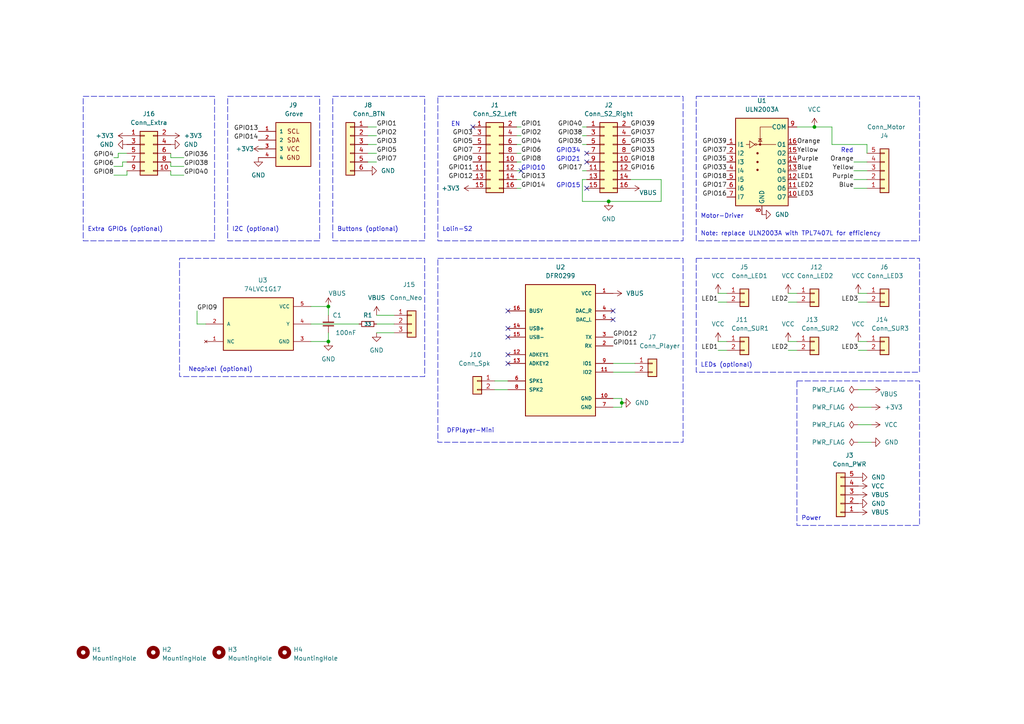
<source format=kicad_sch>
(kicad_sch (version 20230121) (generator eeschema)
  (paper "A4")
  (title_block (title "Lolin-S2-uln2003a Support PCB") (date "2025-08-28") (rev "2.00") (company "Bernhard Bablok") (comment 1 "https://github.com/bablokb/motor-turntable"))
  (lib_symbols
    (symbol "Connector_Generic:Conn_01x02" (pin_names (offset 1.016) hide)
      (property "Reference" "J" (at 0 2.54 0))
      (property "Value" "Conn_01x02" (at 0 -5.08 0))
      (symbol "Conn_01x02_1_1"
        (rectangle (start -1.27 -2.413) (end 0 -2.667) (stroke (width 0.1524)))
        (rectangle (start -1.27 0.127) (end 0 -0.127) (stroke (width 0.1524)))
        (rectangle (start -1.27 1.27) (end 1.27 -3.81) (stroke (width 0.254)) (fill (type background)))
        (pin passive line (at -5.08 0 0) (length 3.81) (name "Pin_1") (number "1"))
        (pin passive line (at -5.08 -2.54 0) (length 3.81) (name "Pin_2") (number "2"))
      )
    )
    (symbol "Connector_Generic:Conn_01x03" (pin_names (offset 1.016) hide)
      (property "Reference" "J" (at 0 5.08 0))
      (property "Value" "Conn_01x03" (at 0 -5.08 0))
      (symbol "Conn_01x03_1_1"
        (rectangle (start -1.27 -2.413) (end 0 -2.667) (stroke (width 0.1524)))
        (rectangle (start -1.27 0.127) (end 0 -0.127) (stroke (width 0.1524)))
        (rectangle (start -1.27 2.667) (end 0 2.413) (stroke (width 0.1524)))
        (rectangle (start -1.27 3.81) (end 1.27 -3.81) (stroke (width 0.254)) (fill (type background)))
        (pin passive line (at -5.08 2.54 0) (length 3.81) (name "Pin_1") (number "1"))
        (pin passive line (at -5.08 0 0) (length 3.81) (name "Pin_2") (number "2"))
        (pin passive line (at -5.08 -2.54 0) (length 3.81) (name "Pin_3") (number "3"))
      )
    )
    (symbol "Connector_Generic:Conn_01x05" (pin_names (offset 1.016) hide)
      (property "Reference" "J" (at 0 7.62 0))
      (property "Value" "Conn_01x05" (at 0 -7.62 0))
      (symbol "Conn_01x05_1_1"
        (rectangle (start -1.27 -4.953) (end 0 -5.207) (stroke (width 0.1524)))
        (rectangle (start -1.27 -2.413) (end 0 -2.667) (stroke (width 0.1524)))
        (rectangle (start -1.27 0.127) (end 0 -0.127) (stroke (width 0.1524)))
        (rectangle (start -1.27 2.667) (end 0 2.413) (stroke (width 0.1524)))
        (rectangle (start -1.27 5.207) (end 0 4.953) (stroke (width 0.1524)))
        (rectangle (start -1.27 6.35) (end 1.27 -6.35) (stroke (width 0.254)) (fill (type background)))
        (pin passive line (at -5.08 5.08 0) (length 3.81) (name "Pin_1") (number "1"))
        (pin passive line (at -5.08 2.54 0) (length 3.81) (name "Pin_2") (number "2"))
        (pin passive line (at -5.08 0 0) (length 3.81) (name "Pin_3") (number "3"))
        (pin passive line (at -5.08 -2.54 0) (length 3.81) (name "Pin_4") (number "4"))
        (pin passive line (at -5.08 -5.08 0) (length 3.81) (name "Pin_5") (number "5"))
      )
    )
    (symbol "Connector_Generic:Conn_01x06" (pin_names (offset 1.016) hide)
      (property "Reference" "J" (at 0 7.62 0))
      (property "Value" "Conn_01x06" (at 0 -10.16 0))
      (symbol "Conn_01x06_1_1"
        (rectangle (start -1.27 -7.493) (end 0 -7.747) (stroke (width 0.1524)))
        (rectangle (start -1.27 -4.953) (end 0 -5.207) (stroke (width 0.1524)))
        (rectangle (start -1.27 -2.413) (end 0 -2.667) (stroke (width 0.1524)))
        (rectangle (start -1.27 0.127) (end 0 -0.127) (stroke (width 0.1524)))
        (rectangle (start -1.27 2.667) (end 0 2.413) (stroke (width 0.1524)))
        (rectangle (start -1.27 5.207) (end 0 4.953) (stroke (width 0.1524)))
        (rectangle (start -1.27 6.35) (end 1.27 -8.89) (stroke (width 0.254)) (fill (type background)))
        (pin passive line (at -5.08 5.08 0) (length 3.81) (name "Pin_1") (number "1"))
        (pin passive line (at -5.08 2.54 0) (length 3.81) (name "Pin_2") (number "2"))
        (pin passive line (at -5.08 0 0) (length 3.81) (name "Pin_3") (number "3"))
        (pin passive line (at -5.08 -2.54 0) (length 3.81) (name "Pin_4") (number "4"))
        (pin passive line (at -5.08 -5.08 0) (length 3.81) (name "Pin_5") (number "5"))
        (pin passive line (at -5.08 -7.62 0) (length 3.81) (name "Pin_6") (number "6"))
      )
    )
    (symbol "Connector_Generic:Conn_02x05_Odd_Even" (pin_names (offset 1.016) hide)
      (property "Reference" "J" (at 1.27 7.62 0))
      (property "Value" "Conn_02x05_Odd_Even" (at 1.27 -7.62 0))
      (symbol "Conn_02x05_Odd_Even_1_1"
        (rectangle (start -1.27 -4.953) (end 0 -5.207) (stroke (width 0.1524)))
        (rectangle (start -1.27 -2.413) (end 0 -2.667) (stroke (width 0.1524)))
        (rectangle (start -1.27 0.127) (end 0 -0.127) (stroke (width 0.1524)))
        (rectangle (start -1.27 2.667) (end 0 2.413) (stroke (width 0.1524)))
        (rectangle (start -1.27 5.207) (end 0 4.953) (stroke (width 0.1524)))
        (rectangle (start -1.27 6.35) (end 3.81 -6.35) (stroke (width 0.254)) (fill (type background)))
        (rectangle (start 3.81 -4.953) (end 2.54 -5.207) (stroke (width 0.1524)))
        (rectangle (start 3.81 -2.413) (end 2.54 -2.667) (stroke (width 0.1524)))
        (rectangle (start 3.81 0.127) (end 2.54 -0.127) (stroke (width 0.1524)))
        (rectangle (start 3.81 2.667) (end 2.54 2.413) (stroke (width 0.1524)))
        (rectangle (start 3.81 5.207) (end 2.54 4.953) (stroke (width 0.1524)))
        (pin passive line (at -5.08 5.08 0) (length 3.81) (name "Pin_1") (number "1"))
        (pin passive line (at 7.62 -5.08 180) (length 3.81) (name "Pin_10") (number "10"))
        (pin passive line (at 7.62 5.08 180) (length 3.81) (name "Pin_2") (number "2"))
        (pin passive line (at -5.08 2.54 0) (length 3.81) (name "Pin_3") (number "3"))
        (pin passive line (at 7.62 2.54 180) (length 3.81) (name "Pin_4") (number "4"))
        (pin passive line (at -5.08 0 0) (length 3.81) (name "Pin_5") (number "5"))
        (pin passive line (at 7.62 0 180) (length 3.81) (name "Pin_6") (number "6"))
        (pin passive line (at -5.08 -2.54 0) (length 3.81) (name "Pin_7") (number "7"))
        (pin passive line (at 7.62 -2.54 180) (length 3.81) (name "Pin_8") (number "8"))
        (pin passive line (at -5.08 -5.08 0) (length 3.81) (name "Pin_9") (number "9"))
      )
    )
    (symbol "Connector_Generic:Conn_02x08_Odd_Even" (pin_names (offset 1.016) hide)
      (property "Reference" "J" (at 1.27 10.16 0))
      (property "Value" "Conn_02x08_Odd_Even" (at 1.27 -12.7 0))
      (symbol "Conn_02x08_Odd_Even_1_1"
        (rectangle (start -1.27 -10.033) (end 0 -10.287) (stroke (width 0.1524)))
        (rectangle (start -1.27 -7.493) (end 0 -7.747) (stroke (width 0.1524)))
        (rectangle (start -1.27 -4.953) (end 0 -5.207) (stroke (width 0.1524)))
        (rectangle (start -1.27 -2.413) (end 0 -2.667) (stroke (width 0.1524)))
        (rectangle (start -1.27 0.127) (end 0 -0.127) (stroke (width 0.1524)))
        (rectangle (start -1.27 2.667) (end 0 2.413) (stroke (width 0.1524)))
        (rectangle (start -1.27 5.207) (end 0 4.953) (stroke (width 0.1524)))
        (rectangle (start -1.27 7.747) (end 0 7.493) (stroke (width 0.1524)))
        (rectangle (start -1.27 8.89) (end 3.81 -11.43) (stroke (width 0.254)) (fill (type background)))
        (rectangle (start 3.81 -10.033) (end 2.54 -10.287) (stroke (width 0.1524)))
        (rectangle (start 3.81 -7.493) (end 2.54 -7.747) (stroke (width 0.1524)))
        (rectangle (start 3.81 -4.953) (end 2.54 -5.207) (stroke (width 0.1524)))
        (rectangle (start 3.81 -2.413) (end 2.54 -2.667) (stroke (width 0.1524)))
        (rectangle (start 3.81 0.127) (end 2.54 -0.127) (stroke (width 0.1524)))
        (rectangle (start 3.81 2.667) (end 2.54 2.413) (stroke (width 0.1524)))
        (rectangle (start 3.81 5.207) (end 2.54 4.953) (stroke (width 0.1524)))
        (rectangle (start 3.81 7.747) (end 2.54 7.493) (stroke (width 0.1524)))
        (pin passive line (at -5.08 7.62 0) (length 3.81) (name "Pin_1") (number "1"))
        (pin passive line (at 7.62 -2.54 180) (length 3.81) (name "Pin_10") (number "10"))
        (pin passive line (at -5.08 -5.08 0) (length 3.81) (name "Pin_11") (number "11"))
        (pin passive line (at 7.62 -5.08 180) (length 3.81) (name "Pin_12") (number "12"))
        (pin passive line (at -5.08 -7.62 0) (length 3.81) (name "Pin_13") (number "13"))
        (pin passive line (at 7.62 -7.62 180) (length 3.81) (name "Pin_14") (number "14"))
        (pin passive line (at -5.08 -10.16 0) (length 3.81) (name "Pin_15") (number "15"))
        (pin passive line (at 7.62 -10.16 180) (length 3.81) (name "Pin_16") (number "16"))
        (pin passive line (at 7.62 7.62 180) (length 3.81) (name "Pin_2") (number "2"))
        (pin passive line (at -5.08 5.08 0) (length 3.81) (name "Pin_3") (number "3"))
        (pin passive line (at 7.62 5.08 180) (length 3.81) (name "Pin_4") (number "4"))
        (pin passive line (at -5.08 2.54 0) (length 3.81) (name "Pin_5") (number "5"))
        (pin passive line (at 7.62 2.54 180) (length 3.81) (name "Pin_6") (number "6"))
        (pin passive line (at -5.08 0 0) (length 3.81) (name "Pin_7") (number "7"))
        (pin passive line (at 7.62 0 180) (length 3.81) (name "Pin_8") (number "8"))
        (pin passive line (at -5.08 -2.54 0) (length 3.81) (name "Pin_9") (number "9"))
      )
    )
    (symbol "Device:C_Small" (pin_numbers hide) (pin_names (offset 0.254) hide)
      (property "Reference" "C" (at 0.254 1.778 0))
      (property "Value" "C_Small" (at 0.254 -2.032 0))
      (symbol "C_Small_0_1"
        (polyline (pts (xy -1.524 -0.508) (xy 1.524 -0.508)) (stroke (width 0.3302)))
        (polyline (pts (xy -1.524 0.508) (xy 1.524 0.508)) (stroke (width 0.3048)))
      )
      (symbol "C_Small_1_1"
        (pin passive line (at 0 2.54 270) (length 2.032) (name "~") (number "1"))
        (pin passive line (at 0 -2.54 90) (length 2.032) (name "~") (number "2"))
      )
    )
    (symbol "Device:R_Small" (pin_numbers hide) (pin_names (offset 0.254) hide)
      (property "Reference" "R" (at 0.762 0.508 0))
      (property "Value" "R_Small" (at 0.762 -1.016 0))
      (symbol "R_Small_0_1"
        (rectangle (start -0.762 1.778) (end 0.762 -1.778) (stroke (width 0.2032)))
      )
      (symbol "R_Small_1_1"
        (pin passive line (at 0 2.54 270) (length 0.762) (name "~") (number "1"))
        (pin passive line (at 0 -2.54 90) (length 0.762) (name "~") (number "2"))
      )
    )
    (symbol "Mechanical:MountingHole" (pin_names (offset 1.016))
      (property "Reference" "H" (at 0 5.08 0))
      (property "Value" "MountingHole" (at 0 3.175 0))
      (symbol "MountingHole_0_1"
        (circle (center 0 0) (radius 1.27) (stroke (width 1.27)))
      )
    )
    (symbol "Transistor_Array:ULN2003A"
      (property "Reference" "U" (at 0 15.875 0))
      (property "Value" "ULN2003A" (at 0 13.97 0))
      (symbol "ULN2003A_0_1"
        (rectangle (start -7.62 -12.7) (end 7.62 12.7) (stroke (width 0.254)) (fill (type background)))
        (circle (center -1.778 5.08) (radius 0.254))
        (circle (center -1.27 -2.286) (radius 0.254) (fill (type outline)))
        (circle (center -1.27 0) (radius 0.254) (fill (type outline)))
        (circle (center -1.27 2.54) (radius 0.254) (fill (type outline)))
        (circle (center -0.508 5.08) (radius 0.254) (fill (type outline)))
        (polyline (pts (xy -4.572 5.08) (xy -3.556 5.08)))
        (polyline (pts (xy -1.524 5.08) (xy 4.064 5.08)))
        (polyline (pts (xy 0 6.731) (xy -1.016 6.731)))
        (polyline (pts (xy -0.508 5.08) (xy -0.508 10.16) (xy 2.921 10.16)))
        (polyline (pts (xy -3.556 6.096) (xy -3.556 4.064) (xy -2.032 5.08) (xy -3.556 6.096)))
        (polyline (pts (xy 0 5.969) (xy -1.016 5.969) (xy -0.508 6.731) (xy 0 5.969)))
      )
      (symbol "ULN2003A_1_1"
        (pin input line (at -10.16 5.08 0) (length 2.54) (name "I1") (number "1"))
        (pin open_collector line (at 10.16 -10.16 180) (length 2.54) (name "O7") (number "10"))
        (pin open_collector line (at 10.16 -7.62 180) (length 2.54) (name "O6") (number "11"))
        (pin open_collector line (at 10.16 -5.08 180) (length 2.54) (name "O5") (number "12"))
        (pin open_collector line (at 10.16 -2.54 180) (length 2.54) (name "O4") (number "13"))
        (pin open_collector line (at 10.16 0 180) (length 2.54) (name "O3") (number "14"))
        (pin open_collector line (at 10.16 2.54 180) (length 2.54) (name "O2") (number "15"))
        (pin open_collector line (at 10.16 5.08 180) (length 2.54) (name "O1") (number "16"))
        (pin input line (at -10.16 2.54 0) (length 2.54) (name "I2") (number "2"))
        (pin input line (at -10.16 0 0) (length 2.54) (name "I3") (number "3"))
        (pin input line (at -10.16 -2.54 0) (length 2.54) (name "I4") (number "4"))
        (pin input line (at -10.16 -5.08 0) (length 2.54) (name "I5") (number "5"))
        (pin input line (at -10.16 -7.62 0) (length 2.54) (name "I6") (number "6"))
        (pin input line (at -10.16 -10.16 0) (length 2.54) (name "I7") (number "7"))
        (pin power_in line (at 0 -15.24 90) (length 2.54) (name "GND") (number "8"))
        (pin passive line (at 10.16 10.16 180) (length 2.54) (name "COM") (number "9"))
      )
    )
    (symbol "power:+3V3" (power) (pin_names (offset 0))
      (property "Value" "+3V3" (at 0 3.556 0))
      (symbol "+3V3_0_1"
        (polyline (pts (xy -0.762 1.27) (xy 0 2.54)))
        (polyline (pts (xy 0 0) (xy 0 2.54)))
        (polyline (pts (xy 0 2.54) (xy 0.762 1.27)))
      )
      (symbol "+3V3_1_1"
        (pin power_in line (at 0 0 90) (length 0) hide (name "+3V3") (number "1"))
      )
    )
    (symbol "power:GND" (power) (pin_names (offset 0))
      (property "Value" "GND" (at 0 -3.81 0))
      (symbol "GND_0_1"
        (polyline (pts (xy 0 0) (xy 0 -1.27) (xy 1.27 -1.27) (xy 0 -2.54) (xy -1.27 -1.27) (xy 0 -1.27)))
      )
      (symbol "GND_1_1"
        (pin power_in line (at 0 0 270) (length 0) hide (name "GND") (number "1"))
      )
    )
    (symbol "power:PWR_FLAG" (power) (pin_numbers hide) (pin_names (offset 0) hide)
      (property "Value" "PWR_FLAG" (at 0 3.81 0))
      (symbol "PWR_FLAG_0_0"
        (pin power_out line (at 0 0 90) (length 0) (name "pwr") (number "1"))
      )
      (symbol "PWR_FLAG_0_1"
        (polyline (pts (xy 0 0) (xy 0 1.27) (xy -1.016 1.905) (xy 0 2.54) (xy 1.016 1.905) (xy 0 1.27)))
      )
    )
    (symbol "power:VBUS" (power) (pin_names (offset 0))
      (property "Value" "VBUS" (at 0 3.81 0))
      (symbol "VBUS_0_1"
        (polyline (pts (xy -0.762 1.27) (xy 0 2.54)))
        (polyline (pts (xy 0 0) (xy 0 2.54)))
        (polyline (pts (xy 0 2.54) (xy 0.762 1.27)))
      )
      (symbol "VBUS_1_1"
        (pin power_in line (at 0 0 90) (length 0) hide (name "VBUS") (number "1"))
      )
    )
    (symbol "power:VCC" (power) (pin_names (offset 0))
      (property "Value" "VCC" (at 0 3.81 0))
      (symbol "VCC_0_1"
        (polyline (pts (xy -0.762 1.27) (xy 0 2.54)))
        (polyline (pts (xy 0 0) (xy 0 2.54)))
        (polyline (pts (xy 0 2.54) (xy 0.762 1.27)))
      )
      (symbol "VCC_1_1"
        (pin power_in line (at 0 0 90) (length 0) hide (name "VCC") (number "1"))
      )
    )
    (symbol "user:74LVC1G17GW_125" (pin_names (offset 1.016))
      (property "Reference" "U" (at -10.16 8.382 0))
      (property "Value" "74LVC1G17GW_125" (at -10.16 -10.16 0))
      (symbol "74LVC1G17GW_125_0_0"
        (rectangle (start -10.16 -7.62) (end 10.16 7.62) (stroke (width 0.254)) (fill (type background)))
        (pin no_connect line (at -15.24 -5.08 0) (length 5.08) (name "NC") (number "1"))
        (pin input line (at -15.24 0 0) (length 5.08) (name "A") (number "2"))
        (pin power_in line (at 15.24 -5.08 180) (length 5.08) (name "GND") (number "3"))
        (pin output line (at 15.24 0 180) (length 5.08) (name "Y") (number "4"))
        (pin power_in line (at 15.24 5.08 180) (length 5.08) (name "VCC") (number "5"))
      )
    )
    (symbol "user:DFR0299" (pin_names (offset 1.016))
      (property "Reference" "U" (at -10.16 18.542 0))
      (property "Value" "DFR0299" (at -8.89 -19.05 0))
      (symbol "DFR0299_0_0"
        (rectangle (start -10.16 -20.32) (end 10.16 17.78) (stroke (width 0.254)) (fill (type background)))
        (pin power_in line (at 15.24 15.24 180) (length 5.08) (name "VCC") (number "1"))
        (pin power_in line (at 15.24 -15.24 180) (length 5.08) (name "GND") (number "10"))
        (pin bidirectional line (at 15.24 -7.62 180) (length 5.08) (name "IO2") (number "11"))
        (pin input line (at -15.24 -2.54 0) (length 5.08) (name "ADKEY1") (number "12"))
        (pin input line (at -15.24 -5.08 0) (length 5.08) (name "ADKEY2") (number "13"))
        (pin input line (at -15.24 5.08 0) (length 5.08) (name "USB+") (number "14"))
        (pin input line (at -15.24 2.54 0) (length 5.08) (name "USB-") (number "15"))
        (pin input line (at -15.24 10.16 0) (length 5.08) (name "BUSY") (number "16"))
        (pin input line (at 15.24 0 180) (length 5.08) (name "RX") (number "2"))
        (pin output line (at 15.24 2.54 180) (length 5.08) (name "TX") (number "3"))
        (pin output line (at 15.24 10.16 180) (length 5.08) (name "DAC_R") (number "4"))
        (pin output line (at 15.24 7.62 180) (length 5.08) (name "DAC_L") (number "5"))
        (pin passive line (at -15.24 -10.16 0) (length 5.08) (name "SPK1") (number "6"))
        (pin power_in line (at 15.24 -17.78 180) (length 5.08) (name "GND") (number "7"))
        (pin passive line (at -15.24 -12.7 0) (length 5.08) (name "SPK2") (number "8"))
        (pin bidirectional line (at 15.24 -5.08 180) (length 5.08) (name "IO1") (number "9"))
      )
    )
    (symbol "user:Grove" (pin_names (offset 1.016)) (in_bom no)
      (property "Reference" "J" (at -5.08 5.842 0))
      (property "Value" "Grove" (at 3.81 -3.81 90))
      (symbol "Grove_0_0"
        (rectangle (start -5.08 -7.62) (end 5.08 5.08) (stroke (width 0.254)) (fill (type background)))
        (text "GND" (at 0 -5.08 0) (effects (font (size 1.27 1.27))))
        (text "SCL" (at 0 2.54 0) (effects (font (size 1.27 1.27))))
        (text "SDA" (at 0 0 0) (effects (font (size 1.27 1.27))))
        (text "VCC" (at 0 -2.54 0) (effects (font (size 1.27 1.27))))
        (pin passive line (at -10.16 2.54 0) (length 5.08) (name "1") (number "1"))
        (pin passive line (at -10.16 0 0) (length 5.08) (name "2") (number "2"))
        (pin passive line (at -10.16 -2.54 0) (length 5.08) (name "3") (number "3"))
        (pin passive line (at -10.16 -5.08 0) (length 5.08) (name "4") (number "4"))
      )
    )
  )
  (junction (at 176.53 58.42))
  (junction (at 95.25 99.06))
  (junction (at 95.25 88.9))
  (junction (at 180.34 116.84))
  (junction (at 236.22 36.83))
  (no_connect (at 147.32 95.25))
  (no_connect (at 147.32 105.41))
  (no_connect (at 147.32 102.87))
  (no_connect (at 147.32 97.79))
  (no_connect (at 151.13 49.53))
  (no_connect (at 170.18 44.45))
  (no_connect (at 137.16 36.83))
  (no_connect (at 177.8 90.17))
  (no_connect (at 177.8 92.71))
  (no_connect (at 170.18 46.99))
  (no_connect (at 170.18 54.61))
  (no_connect (at 147.32 90.17))
  (wire (pts (xy 248.92 101.6) (xy 251.46 101.6)))
  (wire (pts (xy 168.91 58.42) (xy 176.53 58.42)))
  (wire (pts (xy 168.91 49.53) (xy 170.18 49.53)))
  (wire (pts (xy 248.92 113.03) (xy 252.73 113.03)))
  (wire (pts (xy 248.92 123.19) (xy 252.73 123.19)))
  (wire (pts (xy 76.2 43.18) (xy 74.93 43.18)))
  (wire (pts (xy 151.13 54.61) (xy 149.86 54.61)))
  (wire (pts (xy 241.3 41.91) (xy 251.46 41.91)))
  (wire (pts (xy 170.18 52.07) (xy 168.91 52.07)))
  (wire (pts (xy 143.51 113.03) (xy 147.32 113.03)))
  (wire (pts (xy 177.8 115.57) (xy 180.34 115.57)))
  (wire (pts (xy 191.77 52.07) (xy 191.77 58.42)))
  (wire (pts (xy 109.22 91.44) (xy 114.3 91.44)))
  (wire (pts (xy 151.13 44.45) (xy 149.86 44.45)))
  (wire (pts (xy 247.65 46.99) (xy 251.46 46.99)))
  (wire (pts (xy 176.53 58.42) (xy 191.77 58.42)))
  (wire (pts (xy 35.56 48.26) (xy 35.56 46.99)))
  (wire (pts (xy 109.22 93.98) (xy 114.3 93.98)))
  (wire (pts (xy 49.53 45.72) (xy 49.53 44.45)))
  (wire (pts (xy 95.25 88.9) (xy 95.25 91.44)))
  (wire (pts (xy 208.28 101.6) (xy 210.82 101.6)))
  (wire (pts (xy 168.91 52.07) (xy 168.91 58.42)))
  (wire (pts (xy 241.3 36.83) (xy 236.22 36.83)))
  (wire (pts (xy 251.46 41.91) (xy 251.46 44.45)))
  (wire (pts (xy 143.51 110.49) (xy 147.32 110.49)))
  (wire (pts (xy 151.13 41.91) (xy 149.86 41.91)))
  (wire (pts (xy 182.88 52.07) (xy 191.77 52.07)))
  (wire (pts (xy 151.13 46.99) (xy 149.86 46.99)))
  (wire (pts (xy 151.13 49.53) (xy 149.86 49.53)))
  (wire (pts (xy 57.15 90.17) (xy 57.15 93.98)))
  (wire (pts (xy 168.91 39.37) (xy 170.18 39.37)))
  (wire (pts (xy 247.65 49.53) (xy 251.46 49.53)))
  (wire (pts (xy 109.22 96.52) (xy 114.3 96.52)))
  (wire (pts (xy 151.13 36.83) (xy 149.86 36.83)))
  (wire (pts (xy 208.28 85.09) (xy 210.82 85.09)))
  (wire (pts (xy 49.53 50.8) (xy 49.53 49.53)))
  (wire (pts (xy 90.17 88.9) (xy 95.25 88.9)))
  (wire (pts (xy 33.02 48.26) (xy 35.56 48.26)))
  (wire (pts (xy 248.92 128.27) (xy 252.73 128.27)))
  (wire (pts (xy 228.6 101.6) (xy 231.14 101.6)))
  (wire (pts (xy 109.22 36.83) (xy 106.68 36.83)))
  (wire (pts (xy 49.53 48.26) (xy 49.53 46.99)))
  (wire (pts (xy 208.28 99.06) (xy 210.82 99.06)))
  (wire (pts (xy 35.56 46.99) (xy 36.83 46.99)))
  (wire (pts (xy 151.13 52.07) (xy 149.86 52.07)))
  (wire (pts (xy 33.02 45.72) (xy 34.29 45.72)))
  (wire (pts (xy 248.92 85.09) (xy 251.46 85.09)))
  (wire (pts (xy 90.17 99.06) (xy 95.25 99.06)))
  (wire (pts (xy 109.22 41.91) (xy 106.68 41.91)))
  (wire (pts (xy 57.15 93.98) (xy 59.69 93.98)))
  (wire (pts (xy 109.22 44.45) (xy 106.68 44.45)))
  (wire (pts (xy 109.22 39.37) (xy 106.68 39.37)))
  (wire (pts (xy 241.3 41.91) (xy 241.3 36.83)))
  (wire (pts (xy 208.28 87.63) (xy 210.82 87.63)))
  (wire (pts (xy 177.8 118.11) (xy 180.34 118.11)))
  (wire (pts (xy 151.13 39.37) (xy 149.86 39.37)))
  (wire (pts (xy 236.22 36.83) (xy 231.14 36.83)))
  (wire (pts (xy 34.29 44.45) (xy 36.83 44.45)))
  (wire (pts (xy 177.8 105.41) (xy 184.15 105.41)))
  (wire (pts (xy 53.34 45.72) (xy 49.53 45.72)))
  (wire (pts (xy 90.17 93.98) (xy 104.14 93.98)))
  (wire (pts (xy 228.6 85.09) (xy 231.14 85.09)))
  (wire (pts (xy 248.92 99.06) (xy 251.46 99.06)))
  (wire (pts (xy 180.34 115.57) (xy 180.34 116.84)))
  (wire (pts (xy 247.65 52.07) (xy 251.46 52.07)))
  (wire (pts (xy 53.34 50.8) (xy 49.53 50.8)))
  (wire (pts (xy 168.91 41.91) (xy 170.18 41.91)))
  (wire (pts (xy 95.25 96.52) (xy 95.25 99.06)))
  (wire (pts (xy 228.6 87.63) (xy 231.14 87.63)))
  (wire (pts (xy 168.91 36.83) (xy 170.18 36.83)))
  (wire (pts (xy 34.29 45.72) (xy 34.29 44.45)))
  (wire (pts (xy 228.6 99.06) (xy 231.14 99.06)))
  (wire (pts (xy 53.34 48.26) (xy 49.53 48.26)))
  (wire (pts (xy 36.83 50.8) (xy 36.83 49.53)))
  (wire (pts (xy 109.22 46.99) (xy 106.68 46.99)))
  (wire (pts (xy 177.8 107.95) (xy 184.15 107.95)))
  (wire (pts (xy 180.34 118.11) (xy 180.34 116.84)))
  (wire (pts (xy 33.02 50.8) (xy 36.83 50.8)))
  (wire (pts (xy 248.92 118.11) (xy 252.73 118.11)))
  (wire (pts (xy 247.65 54.61) (xy 251.46 54.61)))
  (wire (pts (xy 248.92 87.63) (xy 251.46 87.63)))
  (rectangle (start 231.14 110.49) (end 266.7 152.4) (stroke (width 0) (type dash)))
  (rectangle (start 96.52 27.94) (end 123.19 69.85) (stroke (width 0) (type dash)))
  (rectangle (start 66.04 27.94) (end 92.71 69.85) (stroke (width 0) (type dash)))
  (rectangle (start 52.07 74.93) (end 123.19 109.22) (stroke (width 0) (type dash)))
  (rectangle (start 201.93 27.94) (end 266.7 69.85) (stroke (width 0) (type dash)))
  (rectangle (start 24.13 27.94) (end 62.23 69.85) (stroke (width 0) (type dash)))
  (rectangle (start 201.93 74.93) (end 266.7 107.95) (stroke (width 0) (type dash)))
  (rectangle (start 127 74.93) (end 198.12 128.27) (stroke (width 0) (type dash)))
  (rectangle (start 127 27.94) (end 198.12 69.85) (stroke (width 0) (type dash)))
  (text "Lolin-S2" (at 128.27 67.31 0) (effects (font (size 1.27 1.27)) (justify left bottom)))
  (text "Buttons (optional)" (at 97.79 67.31 0) (effects (font (size 1.27 1.27)) (justify left bottom)))
  (text "Note: replace ULN2003A with TPL7407L for efficiency" (at 203.2 68.58 0) (effects (font (size 1.27 1.27)) (justify left bottom)))
  (text "Motor-Driver" (at 203.2 63.5 0) (effects (font (size 1.27 1.27)) (justify left bottom)))
  (text "EN" (at 130.81 36.83 0) (effects (font (size 1.27 1.27)) (justify left bottom)))
  (text "Neopixel (optional)" (at 54.61 107.95 0) (effects (font (size 1.27 1.27)) (justify left bottom)))
  (text "GPIO21" (at 161.29 46.99 0) (effects (font (size 1.27 1.27)) (justify left bottom)))
  (text "GPIO34" (at 161.29 44.45 0) (effects (font (size 1.27 1.27)) (justify left bottom)))
  (text "GPIO10" (at 151.13 49.53 0) (effects (font (size 1.27 1.27)) (justify left bottom)))
  (text "Red" (at 243.84 44.45 0) (effects (font (size 1.27 1.27)) (justify left bottom)))
  (text "Power" (at 232.41 151.13 0) (effects (font (size 1.27 1.27)) (justify left bottom)))
  (text "Extra GPIOs (optional)" (at 25.4 67.31 0) (effects (font (size 1.27 1.27)) (justify left bottom)))
  (text "GPIO15" (at 161.29 54.61 0) (effects (font (size 1.27 1.27)) (justify left bottom)))
  (text "DFPlayer-Mini" (at 129.54 125.73 0) (effects (font (size 1.27 1.27)) (justify left bottom)))
  (text "LEDs (optional)" (at 203.2 106.68 0) (effects (font (size 1.27 1.27)) (justify left bottom)))
  (text "I2C (optional)" (at 67.31 67.31 0) (effects (font (size 1.27 1.27)) (justify left bottom)))
  (label "GPIO4" (at 33.02 45.72 180))
  (label "GPIO7" (at 109.22 46.99 0))
  (label "LED2" (at 228.6 87.63 180))
  (label "GPIO37" (at 182.88 39.37 0))
  (label "GPIO36" (at 168.91 41.91 180))
  (label "GPIO8" (at 33.02 50.8 180))
  (label "GPIO35" (at 182.88 41.91 0))
  (label "LED1" (at 231.14 52.07 0))
  (label "Blue" (at 231.14 49.53 0))
  (label "GPIO35" (at 210.82 46.99 180))
  (label "GPIO18" (at 210.82 52.07 180))
  (label "GPIO36" (at 53.34 45.72 0))
  (label "GPIO16" (at 210.82 57.15 180))
  (label "GPIO14" (at 74.93 40.64 180))
  (label "GPIO11" (at 137.16 49.53 180))
  (label "LED1" (at 208.28 101.6 180))
  (label "GPIO18" (at 182.88 46.99 0))
  (label "GPIO39" (at 210.82 41.91 180))
  (label "GPIO6" (at 33.02 48.26 180))
  (label "GPIO33" (at 182.88 44.45 0))
  (label "LED1" (at 208.28 87.63 180))
  (label "GPIO5" (at 109.22 44.45 0))
  (label "GPIO3" (at 137.16 39.37 180))
  (label "LED2" (at 228.6 101.6 180))
  (label "GPIO2" (at 151.13 39.37 0))
  (label "Yellow" (at 231.14 44.45 0))
  (label "GPIO40" (at 53.34 50.8 0))
  (label "GPIO17" (at 168.91 49.53 180))
  (label "Orange" (at 231.14 41.91 0))
  (label "Yellow" (at 247.65 49.53 180))
  (label "GPIO39" (at 182.88 36.83 0))
  (label "Blue" (at 247.65 54.61 180))
  (label "LED3" (at 231.14 57.15 0))
  (label "GPIO3" (at 109.22 41.91 0))
  (label "GPIO13" (at 74.93 38.1 180))
  (label "GPIO33" (at 210.82 49.53 180))
  (label "LED3" (at 248.92 101.6 180))
  (label "GPIO38" (at 168.91 39.37 180))
  (label "Purple" (at 247.65 52.07 180))
  (label "GPIO1" (at 151.13 36.83 0))
  (label "GPIO5" (at 137.16 41.91 180))
  (label "GPIO6" (at 151.13 44.45 0))
  (label "GPIO11" (at 177.8 100.33 0))
  (label "GPIO2" (at 109.22 39.37 0))
  (label "GPIO37" (at 210.82 44.45 180))
  (label "Orange" (at 247.65 46.99 180))
  (label "LED3" (at 248.92 87.63 180))
  (label "GPIO9" (at 57.15 90.17 0))
  (label "GPIO4" (at 151.13 41.91 0))
  (label "GPIO1" (at 109.22 36.83 0))
  (label "GPIO9" (at 137.16 46.99 180))
  (label "GPIO8" (at 151.13 46.99 0))
  (label "GPIO16" (at 182.88 49.53 0))
  (label "GPIO38" (at 53.34 48.26 0))
  (label "Purple" (at 231.14 46.99 0))
  (label "GPIO17" (at 210.82 54.61 180))
  (label "LED2" (at 231.14 54.61 0))
  (label "GPIO12" (at 137.16 52.07 180))
  (label "GPIO7" (at 137.16 44.45 180))
  (label "GPIO13" (at 151.13 52.07 0))
  (label "GPIO14" (at 151.13 54.61 0))
  (label "GPIO12" (at 177.8 97.79 0))
  (label "GPIO40" (at 168.91 36.83 180))
  (symbol (lib_id "power:VCC") (at 228.6 85.09 0) (unit 1)
    (property "Reference" "#PWR023" (effects hide))
    (property "Value" "VCC" (at 228.6 80.01 0))
  )
  (symbol (lib_id "power:VBUS") (at 177.8 85.09 270) (unit 1)
    (property "Reference" "#PWR010" (effects hide))
    (property "Value" "VBUS" (at 181.61 85.09 90) (effects (justify left)))
  )
  (symbol (lib_id "power:VBUS") (at 182.88 54.61 270) (unit 1)
    (property "Reference" "#PWR02" (effects hide))
    (property "Value" "VBUS" (at 185.42 55.88 90) (effects (justify left)))
  )
  (symbol (lib_id "Connector_Generic:Conn_01x06") (at 101.6 41.91 0) (mirror y) (unit 1) (in_bom no)
    (property "Reference" "J8" (at 107.95 30.48 0) (effects (justify left)))
    (property "Value" "Conn_BTN" (at 111.76 33.02 0) (effects (justify left)))
    (property "Footprint" "Connector_PinHeader_2.54mm:PinHeader_1x06_P2.54mm_Vertical" (effects hide))
  )
  (symbol (lib_id "power:GND") (at 180.34 116.84 90) (unit 1)
    (property "Reference" "#PWR09" (effects hide))
    (property "Value" "GND" (at 184.15 116.84 90) (effects (justify right)))
  )
  (symbol (lib_id "Connector_Generic:Conn_01x03") (at 119.38 93.98 0) (unit 1) (in_bom no)
    (property "Reference" "J15" (at 116.84 82.55 0) (effects (justify left)))
    (property "Value" "Conn_Neo" (at 113.03 86.36 0) (effects (justify left)))
    (property "Footprint" "Connector_JST:JST_XH_B3B-XH-A_1x03_P2.50mm_Vertical" (effects hide))
  )
  (symbol (lib_id "power:PWR_FLAG") (at 248.92 118.11 90) (unit 1)
    (property "Reference" "#FLG02" (effects hide))
    (property "Value" "PWR_FLAG" (at 245.11 118.11 90) (effects (justify left)))
  )
  (symbol (lib_id "power:GND") (at 74.93 45.72 0) (unit 1)
    (property "Reference" "#PWR016" (effects hide))
    (property "Value" "GND" (at 74.93 50.8 0))
  )
  (symbol (lib_id "power:VCC") (at 208.28 99.06 0) (unit 1)
    (property "Reference" "#PWR018" (effects hide))
    (property "Value" "VCC" (at 208.28 93.98 0))
  )
  (symbol (lib_id "power:+3V3") (at 76.2 43.18 90) (unit 1)
    (property "Reference" "#PWR017" (effects hide))
    (property "Value" "+3V3" (at 73.66 43.18 90) (effects (justify left)))
  )
  (symbol (lib_id "power:PWR_FLAG") (at 248.92 128.27 90) (unit 1)
    (property "Reference" "#FLG04" (effects hide))
    (property "Value" "PWR_FLAG" (at 245.11 128.27 90) (effects (justify left)))
  )
  (symbol (lib_id "Mechanical:MountingHole") (at 63.5 189.23 0) (unit 1) (in_bom no)
    (property "Reference" "H3" (at 66.04 188.3953 0) (effects (justify left)))
    (property "Value" "MountingHole" (at 66.04 190.9322 0) (effects (justify left)))
    (property "Footprint" "MountingHole:MountingHole_2.5mm" (effects hide))
  )
  (symbol (lib_id "power:VCC") (at 248.92 140.97 270) (unit 1)
    (property "Reference" "#PWR05" (effects hide))
    (property "Value" "VCC" (at 252.73 140.97 90) (effects (justify left)))
  )
  (symbol (lib_id "power:PWR_FLAG") (at 248.92 123.19 90) (unit 1)
    (property "Reference" "#FLG03" (effects hide))
    (property "Value" "PWR_FLAG" (at 245.11 123.19 90) (effects (justify left)))
  )
  (symbol (lib_id "Mechanical:MountingHole") (at 82.55 189.23 0) (unit 1) (in_bom no)
    (property "Reference" "H4" (at 85.09 188.3953 0) (effects (justify left)))
    (property "Value" "MountingHole" (at 85.09 190.9322 0) (effects (justify left)))
    (property "Footprint" "MountingHole:MountingHole_2.5mm" (effects hide))
  )
  (symbol (lib_id "power:GND") (at 95.25 99.06 0) (unit 1)
    (property "Reference" "#PWR022" (effects hide))
    (property "Value" "GND" (at 95.25 104.14 0))
  )
  (symbol (lib_id "Connector_Generic:Conn_01x02") (at 236.22 85.09 0) (unit 1) (in_bom no)
    (property "Reference" "J12" (at 234.95 77.47 0) (effects (justify left)))
    (property "Value" "Conn_LED2" (at 231.14 80.01 0) (effects (justify left)))
    (property "Footprint" "Connector_JST:JST_XH_B2B-XH-A_1x02_P2.50mm_Vertical" (effects hide))
  )
  (symbol (lib_id "Connector_Generic:Conn_01x02") (at 256.54 85.09 0) (unit 1) (in_bom no)
    (property "Reference" "J6" (at 255.27 77.47 0) (effects (justify left)))
    (property "Value" "Conn_LED3" (at 251.46 80.01 0) (effects (justify left)))
    (property "Footprint" "Connector_JST:JST_XH_B2B-XH-A_1x02_P2.50mm_Vertical" (effects hide))
  )
  (symbol (lib_id "power:VBUS") (at 109.22 91.44 0) (unit 1)
    (property "Reference" "#PWR025" (effects hide))
    (property "Value" "VBUS" (at 106.68 86.36 0) (effects (justify left)))
  )
  (symbol (lib_id "Connector_Generic:Conn_02x08_Odd_Even") (at 142.24 44.45 0) (unit 1) (in_bom no)
    (property "Reference" "J1" (at 143.51 30.48 0))
    (property "Value" "Conn_S2_Left" (at 143.51 33.02 0))
    (property "Footprint" "Connector_PinSocket_2.54mm:PinSocket_2x08_P2.54mm_Vertical" (effects hide))
  )
  (symbol (lib_id "Connector_Generic:Conn_01x02") (at 215.9 85.09 0) (unit 1) (in_bom no)
    (property "Reference" "J5" (at 214.63 77.47 0) (effects (justify left)))
    (property "Value" "Conn_LED1" (at 212.09 80.01 0) (effects (justify left)))
    (property "Footprint" "Connector_JST:JST_XH_B2B-XH-A_1x02_P2.50mm_Vertical" (effects hide))
  )
  (symbol (lib_id "Connector_Generic:Conn_01x05") (at 243.84 143.51 180) (unit 1) (in_bom no)
    (property "Reference" "J3" (at 246.38 132.08 0))
    (property "Value" "Conn_PWR" (at 246.38 134.62 0))
    (property "Footprint" "Connector_PinHeader_2.54mm:PinHeader_1x05_P2.54mm_Vertical" (effects hide))
  )
  (symbol (lib_id "power:GND") (at 36.83 41.91 270) (unit 1)
    (property "Reference" "#PWR032" (effects hide))
    (property "Value" "GND" (at 33.02 41.91 90) (effects (justify right)))
  )
  (symbol (lib_id "power:GND") (at 220.98 62.23 90) (unit 1)
    (property "Reference" "#PWR028" (effects hide))
    (property "Value" "GND" (at 224.79 62.23 90) (effects (justify right)))
  )
  (symbol (lib_id "power:VCC") (at 252.73 123.19 270) (unit 1)
    (property "Reference" "#PWR014" (effects hide))
    (property "Value" "VCC" (at 256.54 123.19 90) (effects (justify left)))
  )
  (symbol (lib_id "Connector_Generic:Conn_02x05_Odd_Even") (at 41.91 44.45 0) (unit 1) (in_bom no)
    (property "Reference" "J16" (at 43.18 33.02 0))
    (property "Value" "Conn_Extra" (at 43.18 35.56 0))
    (property "Footprint" "Connector_PinHeader_2.54mm:PinHeader_2x05_P2.54mm_Vertical" (effects hide))
  )
  (symbol (lib_id "Connector_Generic:Conn_01x02") (at 256.54 99.06 0) (unit 1)
    (property "Reference" "J14" (at 254 92.71 0) (effects (justify left)))
    (property "Value" "Conn_SUR3" (at 252.73 95.25 0) (effects (justify left)))
    (property "Footprint" "Connector_JST:JST_SUR_BM02B-SURS-TF_1x02-1MP_P0.80mm_Vertical" (effects hide))
    (property "LCSC" "C385130" (effects hide))
  )
  (symbol (lib_id "power:GND") (at 248.92 146.05 90) (unit 1)
    (property "Reference" "#PWR024" (effects hide))
    (property "Value" "GND" (at 252.73 146.05 90) (effects (justify right)))
  )
  (symbol (lib_id "power:GND") (at 252.73 128.27 90) (unit 1)
    (property "Reference" "#PWR015" (effects hide))
    (property "Value" "GND" (at 256.54 128.27 90) (effects (justify right)))
  )
  (symbol (lib_id "power:GND") (at 106.68 49.53 90) (unit 1)
    (property "Reference" "#PWR011" (effects hide))
    (property "Value" "GND" (at 110.49 49.53 90) (effects (justify right)))
  )
  (symbol (lib_id "Mechanical:MountingHole") (at 44.45 189.23 0) (unit 1) (in_bom no)
    (property "Reference" "H2" (at 46.99 188.3953 0) (effects (justify left)))
    (property "Value" "MountingHole" (at 46.99 190.9322 0) (effects (justify left)))
    (property "Footprint" "MountingHole:MountingHole_2.5mm" (effects hide))
  )
  (symbol (lib_id "power:VBUS") (at 95.25 88.9 0) (unit 1)
    (property "Reference" "#PWR021" (effects hide))
    (property "Value" "VBUS" (at 95.25 85.09 0) (effects (justify left)))
  )
  (symbol (lib_id "power:+3V3") (at 137.16 54.61 90) (unit 1)
    (property "Reference" "#PWR03" (effects hide))
    (property "Value" "+3V3" (at 133.35 54.61 90) (effects (justify left)))
  )
  (symbol (lib_id "power:VBUS") (at 248.92 143.51 270) (unit 1)
    (property "Reference" "#PWR04" (effects hide))
    (property "Value" "VBUS" (at 252.73 143.51 90) (effects (justify left)))
  )
  (symbol (lib_id "Device:R_Small") (at 106.68 93.98 90) (unit 1)
    (property "Reference" "R1" (at 106.68 91.44 90))
    (property "Value" "33" (at 106.68 93.98 90) (effects (font (size 1 1))))
    (property "Footprint" "Resistor_SMD:R_0402_1005Metric" (effects hide))
    (property "LCSC" "C25105" (effects hide))
  )
  (symbol (lib_id "user:74LVC1G17GW_125") (at 74.93 93.98 0) (unit 1)
    (property "Reference" "U3" (at 76.2 81.28 0))
    (property "Value" "74LVC1G17" (at 76.2 83.82 0))
    (property "Footprint" "user:74LVC1G17GW_125" (effects hide))
    (property "Datasheet" "https://www.ti.com/lit/ds/symlink/sn74lvc1g17.pdf" (effects hide))
    (property "LCSC" "C426705" (effects hide))
    (property "MF" "Nexperia USA Inc." (effects hide))
    (property "Description" "Buffer, Non-Inverting 1 Element 1 Bit per Element Push-Pull Output 5-TSSOP" (effects hide))
  )
  (symbol (lib_id "power:VCC") (at 248.92 99.06 0) (unit 1)
    (property "Reference" "#PWR020" (effects hide))
    (property "Value" "VCC" (at 248.92 93.98 0))
  )
  (symbol (lib_id "power:+3V3") (at 49.53 39.37 270) (unit 1)
    (property "Reference" "#PWR031" (effects hide))
    (property "Value" "+3V3" (at 53.34 39.37 90) (effects (justify left)))
  )
  (symbol (lib_id "power:GND") (at 248.92 138.43 90) (unit 1)
    (property "Reference" "#PWR027" (effects hide))
    (property "Value" "GND" (at 252.73 138.43 90) (effects (justify right)))
  )
  (symbol (lib_id "power:+3V3") (at 252.73 118.11 270) (unit 1)
    (property "Reference" "#PWR013" (effects hide))
    (property "Value" "+3V3" (at 256.54 118.11 90) (effects (justify left)))
  )
  (symbol (lib_id "power:GND") (at 176.53 58.42 0) (unit 1)
    (property "Reference" "#PWR01" (effects hide))
    (property "Value" "GND" (at 176.53 63.5 0))
  )
  (symbol (lib_id "power:VCC") (at 236.22 36.83 0) (unit 1)
    (property "Reference" "#PWR06" (effects hide))
    (property "Value" "VCC" (at 236.22 31.75 0))
  )
  (symbol (lib_id "user:DFR0299") (at 162.56 100.33 0) (unit 1) (in_bom no)
    (property "Reference" "U2" (at 162.56 77.47 0))
    (property "Value" "DFR0299" (at 162.56 80.01 0))
    (property "Footprint" "user:DFR0299" (effects hide))
    (property "Description" "MP3 Player Expansion Board" (effects hide))
  )
  (symbol (lib_id "power:GND") (at 109.22 96.52 0) (unit 1)
    (property "Reference" "#PWR029" (effects hide))
    (property "Value" "GND" (at 109.22 101.6 0))
  )
  (symbol (lib_id "power:PWR_FLAG") (at 248.92 113.03 90) (unit 1)
    (property "Reference" "#FLG01" (effects hide))
    (property "Value" "PWR_FLAG" (at 245.11 113.03 90) (effects (justify left)))
  )
  (symbol (lib_id "power:VCC") (at 228.6 99.06 0) (unit 1)
    (property "Reference" "#PWR019" (effects hide))
    (property "Value" "VCC" (at 228.6 93.98 0))
  )
  (symbol (lib_id "power:VBUS") (at 252.73 113.03 270) (unit 1)
    (property "Reference" "#PWR012" (effects hide))
    (property "Value" "VBUS" (at 255.27 114.3 90) (effects (justify left)))
  )
  (symbol (lib_id "Connector_Generic:Conn_01x02") (at 189.23 105.41 0) (unit 1) (in_bom no)
    (property "Reference" "J7" (at 187.96 97.79 0) (effects (justify left)))
    (property "Value" "Conn_Player" (at 185.42 100.33 0) (effects (justify left)))
    (property "Footprint" "Connector_JST:JST_XH_B2B-XH-A_1x02_P2.50mm_Vertical" (effects hide))
  )
  (symbol (lib_id "Connector_Generic:Conn_01x02") (at 236.22 99.06 0) (unit 1)
    (property "Reference" "J13" (at 233.68 92.71 0) (effects (justify left)))
    (property "Value" "Conn_SUR2" (at 232.41 95.25 0) (effects (justify left)))
    (property "Footprint" "Connector_JST:JST_SUR_BM02B-SURS-TF_1x02-1MP_P0.80mm_Vertical" (effects hide))
    (property "LCSC" "C385130" (effects hide))
  )
  (symbol (lib_id "power:VCC") (at 208.28 85.09 0) (unit 1)
    (property "Reference" "#PWR07" (effects hide))
    (property "Value" "VCC" (at 208.28 80.01 0))
  )
  (symbol (lib_id "power:VBUS") (at 248.92 148.59 270) (unit 1)
    (property "Reference" "#PWR026" (effects hide))
    (property "Value" "VBUS" (at 252.73 148.59 90) (effects (justify left)))
  )
  (symbol (lib_id "Mechanical:MountingHole") (at 24.13 189.23 0) (unit 1) (in_bom no)
    (property "Reference" "H1" (at 26.67 188.3953 0) (effects (justify left)))
    (property "Value" "MountingHole" (at 26.67 190.9322 0) (effects (justify left)))
    (property "Footprint" "MountingHole:MountingHole_2.5mm" (effects hide))
  )
  (symbol (lib_id "power:GND") (at 49.53 41.91 90) (unit 1)
    (property "Reference" "#PWR033" (effects hide))
    (property "Value" "GND" (at 53.34 41.91 90) (effects (justify right)))
  )
  (symbol (lib_id "user:Grove") (at 85.09 40.64 0) (unit 1) (in_bom no)
    (property "Reference" "J9" (at 83.82 30.48 0) (effects (justify left)))
    (property "Value" "Grove" (at 82.55 33.02 0) (effects (justify left)))
    (property "Footprint" "user:grove_horizontal" (effects hide))
    (property "MANUFACTURER" "Seeed Technology" (effects hide))
  )
  (symbol (lib_id "Device:C_Small") (at 95.25 93.98 180) (unit 1)
    (property "Reference" "C1" (at 97.79 91.44 0))
    (property "Value" "100nF" (at 100.33 96.52 0))
    (property "Footprint" "Capacitor_SMD:C_0402_1005Metric" (effects hide))
    (property "LCSC" "C1525" (effects hide))
  )
  (symbol (lib_id "Transistor_Array:ULN2003A") (at 220.98 46.99 0) (unit 1)
    (property "Reference" "U1" (at 220.98 29.21 0))
    (property "Value" "ULN2003A" (at 220.98 31.75 0))
    (property "Footprint" "Package_SO:SOP-16_3.9x9.9mm_P1.27mm" (effects hide))
    (property "Datasheet" "http://www.ti.com/lit/ds/symlink/uln2003a.pdf" (effects hide))
    (property "LCSC" "C7512" (effects hide))
  )
  (symbol (lib_id "Connector_Generic:Conn_01x02") (at 138.43 110.49 0) (mirror y) (unit 1) (in_bom no)
    (property "Reference" "J10" (at 139.7 102.87 0) (effects (justify left)))
    (property "Value" "Conn_Spk" (at 142.24 105.41 0) (effects (justify left)))
    (property "Footprint" "Connector_JST:JST_XH_B2B-XH-A_1x02_P2.50mm_Vertical" (effects hide))
  )
  (symbol (lib_id "power:VCC") (at 248.92 85.09 0) (unit 1)
    (property "Reference" "#PWR08" (effects hide))
    (property "Value" "VCC" (at 248.92 80.01 0))
  )
  (symbol (lib_id "Connector_Generic:Conn_02x08_Odd_Even") (at 175.26 44.45 0) (unit 1) (in_bom no)
    (property "Reference" "J2" (at 176.53 30.48 0))
    (property "Value" "Conn_S2_Right" (at 176.53 33.02 0))
    (property "Footprint" "Connector_PinSocket_2.54mm:PinSocket_2x08_P2.54mm_Vertical" (effects hide))
  )
  (symbol (lib_id "Connector_Generic:Conn_01x05") (at 256.54 49.53 0) (mirror x) (unit 1) (in_bom no)
    (property "Reference" "J4" (at 255.27 39.37 0) (effects (justify left)))
    (property "Value" "Conn_Motor" (at 251.46 36.83 0) (effects (justify left)))
    (property "Footprint" "Connector_JST:JST_XH_B5B-XH-A_1x05_P2.50mm_Vertical" (effects hide))
  )
  (symbol (lib_id "power:+3V3") (at 36.83 39.37 90) (unit 1)
    (property "Reference" "#PWR030" (effects hide))
    (property "Value" "+3V3" (at 33.02 39.37 90) (effects (justify left)))
  )
  (symbol (lib_id "Connector_Generic:Conn_01x02") (at 215.9 99.06 0) (unit 1)
    (property "Reference" "J11" (at 213.36 92.71 0) (effects (justify left)))
    (property "Value" "Conn_SUR1" (at 212.09 95.25 0) (effects (justify left)))
    (property "Footprint" "Connector_JST:JST_SUR_BM02B-SURS-TF_1x02-1MP_P0.80mm_Vertical" (effects hide))
    (property "LCSC" "C385130" (effects hide))
  )
)
</source>
